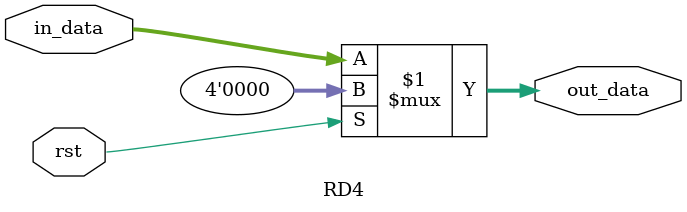
<source format=sv>
module RD4 #(parameter WIDTH=4)(
  input [WIDTH-1:0] in_data,
  input rst,
  output [WIDTH-1:0] out_data
);
assign out_data = rst ? {WIDTH{1'b0}} : in_data;
endmodule

</source>
